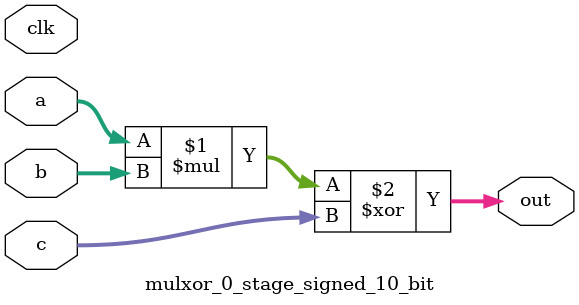
<source format=sv>
(* use_dsp = "yes" *) module mulxor_0_stage_signed_10_bit(
	input signed [9:0] a,
	input signed [9:0] b,
	input signed [9:0] c,
	output [9:0] out,
	input clk);

	assign out = (a * b) ^ c;
endmodule

</source>
